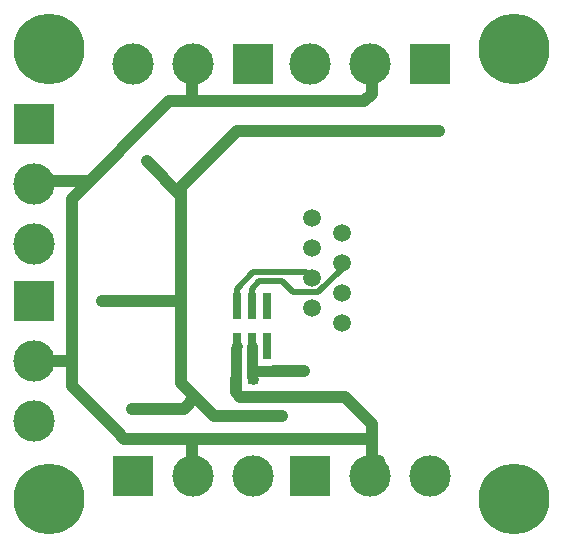
<source format=gtl>
G04 #@! TF.GenerationSoftware,KiCad,Pcbnew,7.0.9*
G04 #@! TF.CreationDate,2023-12-23T15:59:00+01:00*
G04 #@! TF.ProjectId,hub-1-wire,6875622d-312d-4776-9972-652e6b696361,v1.0*
G04 #@! TF.SameCoordinates,Original*
G04 #@! TF.FileFunction,Copper,L1,Top*
G04 #@! TF.FilePolarity,Positive*
%FSLAX46Y46*%
G04 Gerber Fmt 4.6, Leading zero omitted, Abs format (unit mm)*
G04 Created by KiCad (PCBNEW 7.0.9) date 2023-12-23 15:59:00*
%MOMM*%
%LPD*%
G01*
G04 APERTURE LIST*
G04 #@! TA.AperFunction,ComponentPad*
%ADD10C,6.000000*%
G04 #@! TD*
G04 #@! TA.AperFunction,ComponentPad*
%ADD11R,3.500000X3.500000*%
G04 #@! TD*
G04 #@! TA.AperFunction,ComponentPad*
%ADD12C,3.500000*%
G04 #@! TD*
G04 #@! TA.AperFunction,ComponentPad*
%ADD13C,1.500000*%
G04 #@! TD*
G04 #@! TA.AperFunction,SMDPad,CuDef*
%ADD14R,0.800000X2.200000*%
G04 #@! TD*
G04 #@! TA.AperFunction,SMDPad,CuDef*
%ADD15R,0.900000X0.900000*%
G04 #@! TD*
G04 #@! TA.AperFunction,ViaPad*
%ADD16C,0.800000*%
G04 #@! TD*
G04 #@! TA.AperFunction,Conductor*
%ADD17C,0.900000*%
G04 #@! TD*
G04 #@! TA.AperFunction,Conductor*
%ADD18C,1.000000*%
G04 #@! TD*
G04 #@! TA.AperFunction,Conductor*
%ADD19C,0.500000*%
G04 #@! TD*
G04 APERTURE END LIST*
D10*
X175006000Y-107696000D03*
X135636000Y-107696000D03*
X175006000Y-69596000D03*
X135636000Y-69596000D03*
D11*
X157734000Y-105791000D03*
D12*
X162814000Y-105791000D03*
X167894000Y-105791000D03*
D11*
X142748000Y-105791000D03*
D12*
X147828000Y-105791000D03*
X152908000Y-105791000D03*
D11*
X134366000Y-90932000D03*
D12*
X134366000Y-96012000D03*
X134366000Y-101092000D03*
D11*
X134366000Y-75946000D03*
D12*
X134366000Y-81026000D03*
X134366000Y-86106000D03*
D11*
X152908000Y-70866000D03*
D12*
X147828000Y-70866000D03*
X142748000Y-70866000D03*
D11*
X167894000Y-70866000D03*
D12*
X162814000Y-70866000D03*
X157734000Y-70866000D03*
D13*
X160401000Y-92836000D03*
X157861000Y-91566000D03*
X160401000Y-90296000D03*
X157861000Y-89026000D03*
X160401000Y-87756000D03*
X157861000Y-86486000D03*
X160401000Y-85216000D03*
X157861000Y-83946000D03*
D14*
X151511000Y-94818200D03*
X152781000Y-94818200D03*
X154051000Y-94818200D03*
X154051000Y-91363800D03*
X152781000Y-91363800D03*
X151511000Y-91363800D03*
D15*
X151421000Y-97536000D03*
X152871000Y-97536000D03*
D16*
X143891000Y-79121000D03*
X168656000Y-76581000D03*
X152781000Y-76581000D03*
X146812000Y-82042000D03*
X140081000Y-90932000D03*
X142621000Y-100076000D03*
X155321000Y-100711000D03*
X157226000Y-96901000D03*
D17*
X152781000Y-94818200D02*
X152781000Y-96901000D01*
X152781000Y-97446000D02*
X152871000Y-97536000D01*
X152781000Y-96901000D02*
X152781000Y-97446000D01*
D18*
X154686000Y-96901000D02*
X157226000Y-96901000D01*
D17*
X154686000Y-96901000D02*
X152781000Y-96901000D01*
D19*
X151511000Y-90551000D02*
X151511000Y-91363800D01*
X151511000Y-89916000D02*
X151511000Y-90551000D01*
X152908500Y-88518500D02*
X151511000Y-89916000D01*
X157353500Y-88518500D02*
X152908500Y-88518500D01*
X157861000Y-89026000D02*
X157353500Y-88518500D01*
D17*
X151421000Y-94908200D02*
X151511000Y-94818200D01*
X151421000Y-97536000D02*
X151421000Y-94908200D01*
D18*
X151421000Y-98716000D02*
X151421000Y-97536000D01*
X151828500Y-99123500D02*
X151421000Y-98716000D01*
X160718500Y-99123500D02*
X151828500Y-99123500D01*
X147701000Y-72136000D02*
X148971000Y-70866000D01*
X147701000Y-104521000D02*
X148971000Y-105791000D01*
X163576000Y-104521000D02*
X162306000Y-105791000D01*
X134366000Y-96012000D02*
X137541000Y-96012000D01*
X137541000Y-97917000D02*
X137541000Y-96012000D01*
X141351000Y-101981000D02*
X137541000Y-98171000D01*
X141986000Y-102616000D02*
X141351000Y-101981000D01*
X147701000Y-105791000D02*
X147701000Y-102616000D01*
X162941000Y-101346000D02*
X161353500Y-99758500D01*
X161353500Y-99758500D02*
X160718500Y-99123500D01*
X162941000Y-102616000D02*
X162941000Y-101346000D01*
X162941000Y-105791000D02*
X162941000Y-102616000D01*
X147066000Y-102616000D02*
X141986000Y-102616000D01*
X147066000Y-102616000D02*
X162941000Y-102616000D01*
X147701000Y-102616000D02*
X147066000Y-102616000D01*
X147701000Y-72136000D02*
X147701000Y-70866000D01*
X134366000Y-80772000D02*
X138811000Y-80772000D01*
X162306000Y-74041000D02*
X151511000Y-74041000D01*
X147701000Y-70866000D02*
X147701000Y-74041000D01*
X151511000Y-74041000D02*
X147701000Y-74041000D01*
X162941000Y-73406000D02*
X162306000Y-74041000D01*
X162941000Y-70866000D02*
X162941000Y-73406000D01*
X137541000Y-82296000D02*
X145796000Y-74041000D01*
X145796000Y-74041000D02*
X147701000Y-74041000D01*
X137541000Y-83693000D02*
X137541000Y-82296000D01*
X137541000Y-96012000D02*
X137541000Y-83693000D01*
X168656000Y-76581000D02*
X152781000Y-76581000D01*
X146812000Y-82042000D02*
X146812000Y-81280000D01*
X151511000Y-76581000D02*
X152781000Y-76581000D01*
X146812000Y-81280000D02*
X151511000Y-76581000D01*
X146812000Y-86487000D02*
X146812000Y-90805000D01*
X146812000Y-82042000D02*
X146812000Y-86487000D01*
X146812000Y-93345000D02*
X146812000Y-90805000D01*
X155321000Y-100711000D02*
X149606000Y-100711000D01*
X146812000Y-97917000D02*
X146812000Y-93345000D01*
X143891000Y-79121000D02*
X146812000Y-82042000D01*
X147066000Y-100076000D02*
X148018500Y-99123500D01*
X142621000Y-100076000D02*
X147066000Y-100076000D01*
X149606000Y-100711000D02*
X148018500Y-99123500D01*
X148018500Y-99123500D02*
X146812000Y-97917000D01*
X146685000Y-90932000D02*
X146812000Y-90805000D01*
X140081000Y-90932000D02*
X146685000Y-90932000D01*
D19*
X152781000Y-91363800D02*
X152781000Y-89916000D01*
X152781000Y-89916000D02*
X153416000Y-89281000D01*
X153416000Y-89281000D02*
X155321000Y-89281000D01*
X160401000Y-88262002D02*
X160401000Y-87756000D01*
X158437001Y-90226001D02*
X160401000Y-88262002D01*
X156266001Y-90226001D02*
X158437001Y-90226001D01*
X155321000Y-89281000D02*
X156266001Y-90226001D01*
X160401000Y-87756000D02*
X160401000Y-87249998D01*
M02*

</source>
